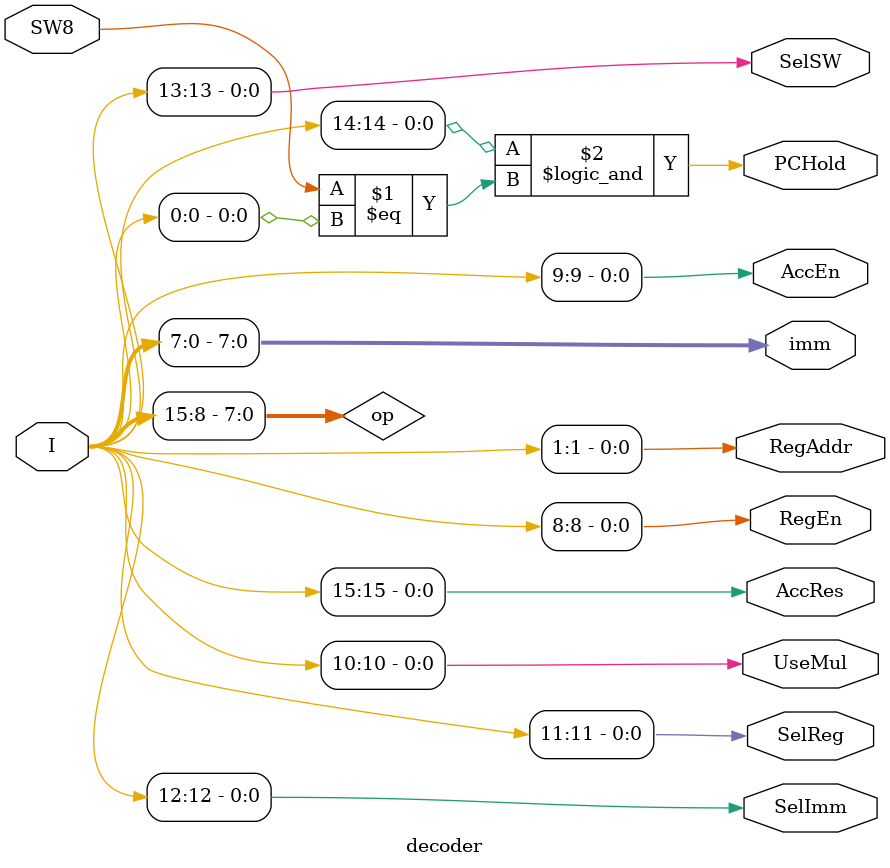
<source format=sv>

`include "opcodes.sv"
module decoder #(parameter n = 8, Isize = 16) (
  input [n+7:0] I,
  input SW8,
  output logic [n-1:0] imm,
  output logic PCHold,
  output logic SelSW,
  output logic SelImm,
  output logic SelReg,
  output logic UseMul,
  output logic AccEn,
  output logic AccRes,
  output logic RegEn,
  output logic RegAddr
  );

 logic [7:0] op;

//------------- code starts here ---------
// instruction decoder
assign op = I[Isize-1:n];
assign imm = I[n-1:0];

assign RegAddr = imm[1];

assign AccRes = op[7];
assign PCHold = op[6] && (SW8 == imm[0]);
assign SelSW  = op[5];
assign SelImm = op[4];
assign SelReg = op[3];
assign UseMul = op[2];
assign AccEn  = op[1];
assign RegEn  = op[0];


endmodule //module decoder --------------------------------
</source>
